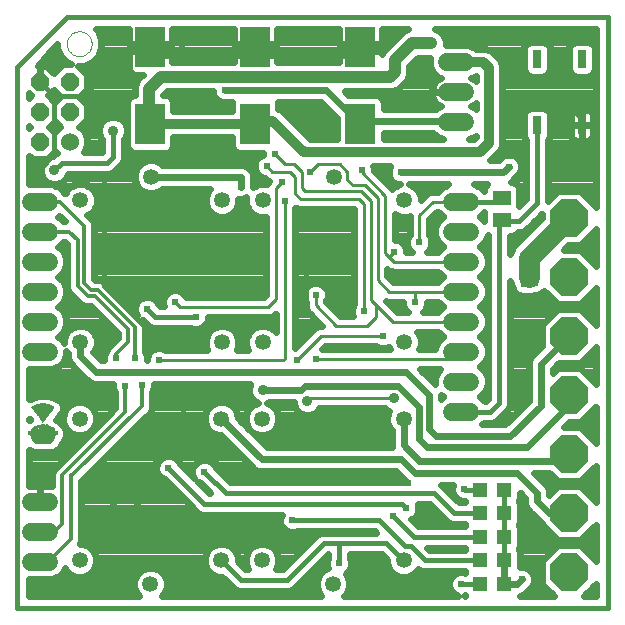
<source format=gtl>
G75*
%MOIN*%
%OFA0B0*%
%FSLAX24Y24*%
%IPPOS*%
%LPD*%
%AMOC8*
5,1,8,0,0,1.08239X$1,22.5*
%
%ADD10C,0.0160*%
%ADD11C,0.0000*%
%ADD12OC8,0.1250*%
%ADD13R,0.0472X0.0472*%
%ADD14C,0.0531*%
%ADD15R,0.0421X0.0004*%
%ADD16R,0.0465X0.0004*%
%ADD17R,0.0492X0.0004*%
%ADD18R,0.0516X0.0004*%
%ADD19R,0.0531X0.0004*%
%ADD20R,0.0547X0.0004*%
%ADD21R,0.0563X0.0004*%
%ADD22R,0.0575X0.0004*%
%ADD23R,0.0587X0.0004*%
%ADD24R,0.0598X0.0004*%
%ADD25R,0.0610X0.0004*%
%ADD26R,0.0618X0.0004*%
%ADD27R,0.0626X0.0004*%
%ADD28R,0.0638X0.0004*%
%ADD29R,0.0646X0.0004*%
%ADD30R,0.0650X0.0004*%
%ADD31R,0.0657X0.0004*%
%ADD32R,0.0665X0.0004*%
%ADD33R,0.0673X0.0004*%
%ADD34R,0.0677X0.0004*%
%ADD35R,0.0685X0.0004*%
%ADD36R,0.0689X0.0004*%
%ADD37R,0.0693X0.0004*%
%ADD38R,0.0701X0.0004*%
%ADD39R,0.0705X0.0004*%
%ADD40R,0.0709X0.0004*%
%ADD41R,0.0717X0.0004*%
%ADD42R,0.0720X0.0004*%
%ADD43R,0.0724X0.0004*%
%ADD44R,0.0728X0.0004*%
%ADD45R,0.0732X0.0004*%
%ADD46R,0.0736X0.0004*%
%ADD47R,0.0740X0.0004*%
%ADD48R,0.0744X0.0004*%
%ADD49R,0.0748X0.0004*%
%ADD50R,0.0752X0.0004*%
%ADD51R,0.0756X0.0004*%
%ADD52R,0.0760X0.0004*%
%ADD53R,0.0764X0.0004*%
%ADD54R,0.0768X0.0004*%
%ADD55R,0.0772X0.0004*%
%ADD56R,0.0776X0.0004*%
%ADD57R,0.0780X0.0004*%
%ADD58R,0.0783X0.0004*%
%ADD59R,0.0787X0.0004*%
%ADD60R,0.0791X0.0004*%
%ADD61R,0.0795X0.0004*%
%ADD62R,0.0799X0.0004*%
%ADD63R,0.0803X0.0004*%
%ADD64R,0.0807X0.0004*%
%ADD65R,0.0811X0.0004*%
%ADD66R,0.0815X0.0004*%
%ADD67R,0.0819X0.0004*%
%ADD68R,0.0823X0.0004*%
%ADD69R,0.0827X0.0004*%
%ADD70R,0.0831X0.0004*%
%ADD71R,0.0835X0.0004*%
%ADD72R,0.0839X0.0004*%
%ADD73R,0.0909X0.0004*%
%ADD74R,0.0937X0.0004*%
%ADD75R,0.0953X0.0004*%
%ADD76R,0.0961X0.0004*%
%ADD77R,0.0969X0.0004*%
%ADD78R,0.0976X0.0004*%
%ADD79R,0.0980X0.0004*%
%ADD80R,0.0984X0.0004*%
%ADD81R,0.0965X0.0004*%
%ADD82R,0.0957X0.0004*%
%ADD83R,0.0945X0.0004*%
%ADD84R,0.0921X0.0004*%
%ADD85R,0.0232X0.0004*%
%ADD86R,0.0555X0.0004*%
%ADD87R,0.0224X0.0004*%
%ADD88R,0.0543X0.0004*%
%ADD89R,0.0539X0.0004*%
%ADD90R,0.0220X0.0004*%
%ADD91R,0.0535X0.0004*%
%ADD92R,0.0528X0.0004*%
%ADD93R,0.0520X0.0004*%
%ADD94R,0.0512X0.0004*%
%ADD95R,0.0500X0.0004*%
%ADD96R,0.0488X0.0004*%
%ADD97R,0.0484X0.0004*%
%ADD98R,0.0476X0.0004*%
%ADD99R,0.0449X0.0004*%
%ADD100R,0.0370X0.0004*%
%ADD101R,0.0043X0.0004*%
%ADD102R,0.0228X0.0004*%
%ADD103R,0.0358X0.0004*%
%ADD104R,0.0350X0.0004*%
%ADD105R,0.0343X0.0004*%
%ADD106R,0.0331X0.0004*%
%ADD107R,0.0319X0.0004*%
%ADD108R,0.0311X0.0004*%
%ADD109R,0.0307X0.0004*%
%ADD110R,0.0303X0.0004*%
%ADD111R,0.0063X0.0004*%
%ADD112R,0.0130X0.0004*%
%ADD113R,0.0445X0.0004*%
%ADD114R,0.0437X0.0004*%
%ADD115R,0.0433X0.0004*%
%ADD116R,0.0362X0.0004*%
%ADD117R,0.0047X0.0004*%
%ADD118R,0.0354X0.0004*%
%ADD119R,0.0031X0.0004*%
%ADD120R,0.0346X0.0004*%
%ADD121R,0.0339X0.0004*%
%ADD122R,0.0055X0.0004*%
%ADD123R,0.0177X0.0004*%
%ADD124R,0.0035X0.0004*%
%ADD125R,0.0161X0.0004*%
%ADD126R,0.0051X0.0004*%
%ADD127R,0.0142X0.0004*%
%ADD128R,0.0118X0.0004*%
%ADD129R,0.0091X0.0004*%
%ADD130R,0.0024X0.0004*%
%ADD131R,0.0020X0.0004*%
%ADD132R,0.0008X0.0004*%
%ADD133R,0.0004X0.0004*%
%ADD134R,0.0012X0.0004*%
%ADD135R,0.0028X0.0004*%
%ADD136R,0.0059X0.0004*%
%ADD137R,0.0067X0.0004*%
%ADD138R,0.0075X0.0004*%
%ADD139R,0.0083X0.0004*%
%ADD140R,0.0098X0.0004*%
%ADD141R,0.0106X0.0004*%
%ADD142R,0.0114X0.0004*%
%ADD143R,0.0122X0.0004*%
%ADD144R,0.0138X0.0004*%
%ADD145R,0.0146X0.0004*%
%ADD146R,0.0154X0.0004*%
%ADD147R,0.0165X0.0004*%
%ADD148R,0.0169X0.0004*%
%ADD149R,0.0185X0.0004*%
%ADD150R,0.0189X0.0004*%
%ADD151R,0.0193X0.0004*%
%ADD152R,0.0201X0.0004*%
%ADD153R,0.0209X0.0004*%
%ADD154R,0.0213X0.0004*%
%ADD155R,0.0217X0.0004*%
%ADD156R,0.0236X0.0004*%
%ADD157R,0.0240X0.0004*%
%ADD158R,0.0248X0.0004*%
%ADD159R,0.0256X0.0004*%
%ADD160R,0.0264X0.0004*%
%ADD161R,0.0272X0.0004*%
%ADD162R,0.0280X0.0004*%
%ADD163R,0.0287X0.0004*%
%ADD164R,0.0295X0.0004*%
%ADD165R,0.0299X0.0004*%
%ADD166R,0.0126X0.0004*%
%ADD167R,0.0157X0.0004*%
%ADD168R,0.0134X0.0004*%
%ADD169R,0.0173X0.0004*%
%ADD170R,0.0366X0.0004*%
%ADD171R,0.0374X0.0004*%
%ADD172R,0.0382X0.0004*%
%ADD173R,0.0390X0.0004*%
%ADD174R,0.0394X0.0004*%
%ADD175R,0.0398X0.0004*%
%ADD176R,0.0406X0.0004*%
%ADD177R,0.0409X0.0004*%
%ADD178R,0.0417X0.0004*%
%ADD179R,0.0429X0.0004*%
%ADD180R,0.0441X0.0004*%
%ADD181R,0.0453X0.0004*%
%ADD182R,0.0457X0.0004*%
%ADD183R,0.0469X0.0004*%
%ADD184R,0.0480X0.0004*%
%ADD185R,0.0504X0.0004*%
%ADD186R,0.0508X0.0004*%
%ADD187R,0.0551X0.0004*%
%ADD188R,0.0567X0.0004*%
%ADD189R,0.0579X0.0004*%
%ADD190R,0.0413X0.0004*%
%ADD191R,0.0425X0.0004*%
%ADD192R,0.0181X0.0004*%
%ADD193R,0.0634X0.0004*%
%ADD194R,0.0654X0.0004*%
%ADD195R,0.0661X0.0004*%
%ADD196R,0.0669X0.0004*%
%ADD197R,0.0697X0.0004*%
%ADD198R,0.0244X0.0004*%
%ADD199R,0.0252X0.0004*%
%ADD200R,0.0461X0.0004*%
%ADD201R,0.0094X0.0004*%
%ADD202R,0.0622X0.0004*%
%ADD203R,0.0102X0.0004*%
%ADD204R,0.0630X0.0004*%
%ADD205R,0.0614X0.0004*%
%ADD206R,0.0583X0.0004*%
%ADD207R,0.0327X0.0004*%
%ADD208C,0.0591*%
%ADD209R,0.0984X0.1378*%
%ADD210C,0.0600*%
%ADD211OC8,0.0600*%
%ADD212C,0.0600*%
%ADD213R,0.0300X0.0600*%
%ADD214R,0.0591X0.0512*%
%ADD215C,0.0240*%
%ADD216C,0.0240*%
%ADD217C,0.0400*%
%ADD218C,0.0100*%
%ADD219C,0.0356*%
%ADD220C,0.0320*%
%ADD221C,0.0700*%
%ADD222C,0.0120*%
D10*
X000180Y000180D02*
X019865Y000180D01*
X019865Y019865D01*
X001834Y019865D01*
X000180Y018211D01*
X000180Y000180D01*
X002562Y002818D02*
X003773Y004028D01*
X004845Y002956D01*
X008881Y002956D01*
X009353Y003093D02*
X012247Y003093D01*
X013113Y002227D01*
X013290Y002227D01*
X013763Y001755D01*
X015593Y001755D01*
X015593Y002542D02*
X013389Y002542D01*
X012700Y003231D01*
X012995Y003645D02*
X013152Y003487D01*
X012995Y003645D02*
X006420Y003645D01*
X005219Y004845D01*
X005692Y005948D02*
X003773Y004028D01*
X005692Y005948D02*
X005692Y006125D01*
X007227Y004589D01*
X011814Y004589D01*
X012050Y004353D01*
X013192Y004353D01*
X014078Y003999D02*
X007129Y003999D01*
X006420Y004708D01*
X005692Y006125D02*
X005692Y007326D01*
X006991Y007326D01*
X007089Y007227D01*
X006026Y009078D02*
X006656Y009708D01*
X006912Y009708D01*
X006125Y009865D02*
X004786Y009865D01*
X004511Y010141D01*
X004688Y009274D02*
X003054Y010908D01*
X003054Y012365D01*
X003251Y012562D01*
X008231Y012562D01*
X008389Y012404D01*
X008389Y011656D01*
X009589Y011578D02*
X009806Y011361D01*
X009806Y010239D01*
X007463Y015377D02*
X004038Y015377D01*
X003054Y014393D01*
X003054Y012365D01*
X000869Y014511D02*
X000869Y014747D01*
X001420Y015298D01*
X001420Y017225D01*
X000930Y017715D01*
X001420Y017225D02*
X001438Y017208D01*
X001477Y017247D01*
X001497Y017227D01*
X002385Y017227D01*
X003152Y017227D01*
X003172Y017247D01*
X003881Y016538D01*
X003881Y015534D01*
X004038Y015377D01*
X003369Y015200D02*
X003369Y016086D01*
X003369Y015200D02*
X003172Y015003D01*
X001656Y015003D01*
X001420Y014767D01*
X002385Y017227D02*
X004137Y018979D01*
X004609Y018861D01*
X005023Y018566D01*
X005692Y018566D01*
X005672Y018586D01*
X005672Y018881D01*
X005692Y018566D02*
X006814Y018566D01*
X007700Y018566D01*
X011204Y018566D01*
X011617Y018861D01*
X008113Y018861D02*
X007700Y018566D01*
X014983Y013715D02*
X016196Y013715D01*
X016322Y013841D01*
X016322Y013093D02*
X016361Y013054D01*
X016893Y013054D01*
X017503Y013664D01*
X017503Y016263D01*
X017501Y016265D01*
X018290Y017188D02*
X019001Y016477D01*
X019001Y016265D01*
X016322Y013093D02*
X016243Y013015D01*
X016243Y006991D01*
X015948Y006696D01*
X015003Y006696D01*
X014983Y006715D01*
X015082Y004137D02*
X015101Y004117D01*
X015593Y004117D01*
X015593Y003330D02*
X014747Y003330D01*
X014078Y003999D01*
X012483Y002326D02*
X010849Y002326D01*
X010908Y002267D01*
X010908Y001656D01*
X010849Y002326D02*
X010397Y002326D01*
X009176Y001105D01*
X007633Y001105D01*
X006979Y001759D01*
X012483Y002326D02*
X013050Y001759D01*
X013062Y001759D01*
X014983Y000967D02*
X015593Y000967D01*
X016420Y001755D02*
X016420Y003330D01*
X016420Y002542D01*
X016420Y003330D02*
X016420Y004117D01*
D11*
X001834Y018979D02*
X001836Y019019D01*
X001842Y019060D01*
X001852Y019099D01*
X001865Y019137D01*
X001883Y019174D01*
X001904Y019208D01*
X001928Y019241D01*
X001955Y019271D01*
X001985Y019298D01*
X002018Y019322D01*
X002052Y019343D01*
X002089Y019361D01*
X002127Y019374D01*
X002166Y019384D01*
X002207Y019390D01*
X002247Y019392D01*
X002287Y019390D01*
X002328Y019384D01*
X002367Y019374D01*
X002405Y019361D01*
X002442Y019343D01*
X002476Y019322D01*
X002509Y019298D01*
X002539Y019271D01*
X002566Y019241D01*
X002590Y019208D01*
X002611Y019174D01*
X002629Y019137D01*
X002642Y019099D01*
X002652Y019060D01*
X002658Y019019D01*
X002660Y018979D01*
X002658Y018939D01*
X002652Y018898D01*
X002642Y018859D01*
X002629Y018821D01*
X002611Y018784D01*
X002590Y018750D01*
X002566Y018717D01*
X002539Y018687D01*
X002509Y018660D01*
X002476Y018636D01*
X002442Y018615D01*
X002405Y018597D01*
X002367Y018584D01*
X002328Y018574D01*
X002287Y018568D01*
X002247Y018566D01*
X002207Y018568D01*
X002166Y018574D01*
X002127Y018584D01*
X002089Y018597D01*
X002052Y018615D01*
X002018Y018636D01*
X001985Y018660D01*
X001955Y018687D01*
X001928Y018717D01*
X001904Y018750D01*
X001883Y018784D01*
X001865Y018821D01*
X001852Y018859D01*
X001842Y018898D01*
X001836Y018939D01*
X001834Y018979D01*
D12*
X018566Y013172D03*
X018566Y011204D03*
X018566Y009235D03*
X018566Y007267D03*
X018566Y005298D03*
X018566Y003330D03*
X018566Y001361D03*
D13*
X016420Y000967D03*
X016420Y001755D03*
X016420Y002542D03*
X016420Y003330D03*
X016420Y004117D03*
X015593Y004117D03*
X015593Y003330D03*
X015593Y002542D03*
X015593Y001755D03*
X015593Y000967D03*
D14*
X013062Y001759D03*
X010700Y000971D03*
X008337Y001759D03*
X006979Y001759D03*
X004617Y000971D03*
X002255Y001759D03*
X002255Y006483D03*
X002278Y009034D03*
X002278Y013759D03*
X004641Y014546D03*
X007003Y013759D03*
X008361Y013759D03*
X010723Y014546D03*
X013086Y013759D03*
X013086Y009034D03*
X013062Y006483D03*
X008337Y006483D03*
X006979Y006483D03*
X007003Y009034D03*
X008361Y009034D03*
D15*
X001046Y006617D03*
X001046Y005641D03*
D16*
X001044Y005645D03*
X001166Y006156D03*
X001048Y006645D03*
D17*
X001046Y006664D03*
X001046Y006916D03*
X001046Y005649D03*
D18*
X001046Y005652D03*
X001046Y006680D03*
X001046Y006912D03*
D19*
X001046Y006908D03*
X001046Y006692D03*
X001046Y005656D03*
D20*
X001046Y005660D03*
X001168Y006109D03*
X001046Y006904D03*
D21*
X001046Y006711D03*
X001046Y005664D03*
D22*
X001044Y005668D03*
X001048Y006719D03*
D23*
X001046Y005672D03*
D24*
X001044Y005676D03*
X001048Y006893D03*
D25*
X001046Y005680D03*
D26*
X001046Y005684D03*
X001109Y006834D03*
D27*
X001113Y006841D03*
X001113Y006845D03*
X001105Y006853D03*
X001046Y006755D03*
X001046Y005688D03*
D28*
X001044Y005692D03*
X001048Y006763D03*
D29*
X001048Y006767D03*
X001048Y006881D03*
X001044Y005696D03*
D30*
X001046Y005700D03*
X001046Y006771D03*
D31*
X001046Y005704D03*
D32*
X001046Y005708D03*
D33*
X001046Y005711D03*
X001046Y006786D03*
X001046Y006873D03*
D34*
X001048Y006790D03*
X001044Y005715D03*
D35*
X001044Y005719D03*
X001048Y006794D03*
D36*
X001046Y005723D03*
D37*
X001044Y005727D03*
X001048Y006798D03*
D38*
X001044Y005731D03*
D39*
X001046Y005735D03*
D40*
X001044Y005739D03*
D41*
X001044Y005743D03*
D42*
X001046Y005747D03*
D43*
X001044Y005751D03*
X001048Y006822D03*
D44*
X001046Y005755D03*
D45*
X001044Y005759D03*
D46*
X001046Y005763D03*
D47*
X001044Y005767D03*
D48*
X001046Y005771D03*
D49*
X001044Y005774D03*
D50*
X001046Y005778D03*
D51*
X001044Y005782D03*
X001044Y005786D03*
D52*
X001046Y005790D03*
D53*
X001044Y005794D03*
D54*
X001046Y005798D03*
D55*
X001044Y005802D03*
X001044Y005806D03*
D56*
X001046Y005810D03*
D57*
X001044Y005814D03*
D58*
X001046Y005818D03*
X001046Y005822D03*
D59*
X001044Y005826D03*
D60*
X001046Y005830D03*
X001046Y005834D03*
X001046Y006101D03*
D61*
X001048Y006097D03*
X001044Y005841D03*
X001044Y005837D03*
D62*
X001046Y005845D03*
X001046Y006089D03*
X001046Y006093D03*
D63*
X001048Y006086D03*
X001048Y006082D03*
X001044Y005853D03*
X001044Y005849D03*
D64*
X001046Y005857D03*
X001046Y005861D03*
X001046Y006070D03*
X001046Y006074D03*
X001046Y006078D03*
D65*
X001044Y005869D03*
X001044Y005865D03*
D66*
X001046Y005873D03*
D67*
X001044Y005877D03*
X001044Y005881D03*
X001044Y005885D03*
D68*
X001046Y005889D03*
X001046Y005893D03*
D69*
X001044Y005897D03*
X001044Y005900D03*
D70*
X001046Y005904D03*
X001046Y005908D03*
D71*
X001044Y005912D03*
X001044Y005916D03*
D72*
X001046Y005920D03*
X001046Y005924D03*
D73*
X001046Y005928D03*
D74*
X001048Y005932D03*
D75*
X001048Y005936D03*
D76*
X001048Y005940D03*
D77*
X001048Y005944D03*
X001048Y006023D03*
D78*
X001048Y006019D03*
X001048Y006015D03*
X001048Y005952D03*
X001048Y005948D03*
D79*
X001046Y005956D03*
X001046Y006011D03*
D80*
X001048Y006007D03*
X001048Y006003D03*
X001048Y005999D03*
X001048Y005995D03*
X001048Y005991D03*
X001048Y005987D03*
X001048Y005983D03*
X001048Y005979D03*
X001048Y005975D03*
X001048Y005971D03*
X001048Y005967D03*
X001048Y005963D03*
X001048Y005960D03*
D81*
X001046Y006026D03*
D82*
X001046Y006030D03*
D83*
X001048Y006034D03*
D84*
X001048Y006038D03*
D85*
X000826Y006184D03*
X000814Y006176D03*
X000810Y006172D03*
X000767Y006105D03*
X001046Y006487D03*
X001274Y006869D03*
D86*
X001046Y006708D03*
X001164Y006105D03*
D87*
X000849Y006196D03*
X000798Y006164D03*
X000794Y006160D03*
X000790Y006156D03*
X000786Y006152D03*
X000782Y006145D03*
X000778Y006141D03*
X000774Y006133D03*
X000771Y006125D03*
X000767Y006117D03*
X000767Y006113D03*
X000767Y006109D03*
X001046Y006483D03*
X001046Y006956D03*
D88*
X001048Y006700D03*
X001166Y006113D03*
D89*
X001168Y006117D03*
X001046Y006696D03*
D90*
X000784Y006149D03*
X000776Y006137D03*
X000773Y006129D03*
X000769Y006121D03*
D91*
X001166Y006121D03*
D92*
X001166Y006125D03*
X001166Y006129D03*
X001048Y006688D03*
D93*
X001048Y006684D03*
X001166Y006133D03*
D94*
X001166Y006137D03*
D95*
X001168Y006141D03*
X001046Y006668D03*
D96*
X001048Y006660D03*
X001170Y006145D03*
D97*
X001168Y006149D03*
D98*
X001168Y006152D03*
X001046Y006652D03*
X001046Y006920D03*
D99*
X000926Y006869D03*
X000922Y006865D03*
X001166Y006160D03*
D100*
X001131Y006164D03*
X001048Y006582D03*
D101*
X001046Y006361D03*
X001168Y006255D03*
X001357Y006164D03*
D102*
X000839Y006192D03*
X000832Y006188D03*
X000820Y006180D03*
X000804Y006168D03*
D103*
X001133Y006168D03*
X001046Y006940D03*
D104*
X001133Y006172D03*
D105*
X001137Y006176D03*
D106*
X001139Y006180D03*
D107*
X001141Y006184D03*
D108*
X001145Y006188D03*
D109*
X001143Y006192D03*
X001135Y006200D03*
D110*
X001141Y006196D03*
D111*
X001162Y006243D03*
X000784Y006200D03*
D112*
X000904Y006200D03*
X001046Y006420D03*
X001149Y006558D03*
D113*
X001046Y006633D03*
X001062Y006208D03*
X001062Y006204D03*
D114*
X001062Y006211D03*
D115*
X001060Y006215D03*
X001048Y006625D03*
D116*
X001024Y006219D03*
D117*
X001040Y006263D03*
X001166Y006251D03*
X001245Y006219D03*
D118*
X001024Y006223D03*
X001024Y006227D03*
D119*
X001044Y006353D03*
X001170Y006259D03*
X001249Y006223D03*
D120*
X001024Y006231D03*
X001024Y006235D03*
D121*
X001024Y006239D03*
D122*
X000887Y006243D03*
D123*
X001030Y006243D03*
X001046Y006452D03*
X000960Y006570D03*
X001046Y006960D03*
D124*
X001046Y006357D03*
X000881Y006247D03*
D125*
X001030Y006247D03*
X001046Y006440D03*
X000975Y006538D03*
X000967Y006546D03*
X000963Y006554D03*
X001259Y006727D03*
X001263Y006731D03*
X001267Y006735D03*
X001267Y006739D03*
D126*
X001046Y006369D03*
X001046Y006365D03*
X001164Y006247D03*
D127*
X001032Y006251D03*
X001150Y006566D03*
X001150Y006570D03*
D128*
X001036Y006255D03*
D129*
X001038Y006259D03*
X001046Y006393D03*
D130*
X001170Y006263D03*
D131*
X001172Y006267D03*
X001046Y006345D03*
D132*
X001174Y006271D03*
D133*
X001046Y006334D03*
D134*
X001046Y006337D03*
X001046Y006341D03*
D135*
X001046Y006349D03*
D136*
X001046Y006373D03*
D137*
X001046Y006377D03*
D138*
X001046Y006381D03*
X001046Y006385D03*
D139*
X001046Y006389D03*
D140*
X001046Y006397D03*
X001046Y006400D03*
X000719Y006841D03*
D141*
X001046Y006963D03*
X001046Y006404D03*
D142*
X001046Y006408D03*
D143*
X001046Y006412D03*
X001046Y006416D03*
X001141Y006542D03*
D144*
X001046Y006424D03*
D145*
X001046Y006428D03*
X001046Y006432D03*
D146*
X001046Y006436D03*
X001149Y006574D03*
D147*
X001048Y006444D03*
X000961Y006558D03*
X001269Y006743D03*
D148*
X000960Y006562D03*
X001046Y006448D03*
D149*
X001046Y006456D03*
D150*
X001048Y006460D03*
X000961Y006574D03*
D151*
X001046Y006463D03*
D152*
X001046Y006467D03*
D153*
X001046Y006471D03*
D154*
X001048Y006475D03*
D155*
X001046Y006479D03*
D156*
X001048Y006491D03*
X001280Y006865D03*
D157*
X001046Y006495D03*
X000818Y006806D03*
X000814Y006810D03*
D158*
X001046Y006499D03*
D159*
X001046Y006503D03*
X001046Y006507D03*
X001286Y006857D03*
D160*
X001046Y006952D03*
X001046Y006511D03*
D161*
X001046Y006515D03*
D162*
X001046Y006519D03*
X001046Y006523D03*
D163*
X001046Y006526D03*
D164*
X001046Y006530D03*
X001046Y006948D03*
D165*
X001048Y006534D03*
D166*
X001135Y006538D03*
X001143Y006546D03*
X001147Y006550D03*
X001147Y006554D03*
D167*
X000969Y006542D03*
X000965Y006550D03*
D168*
X001150Y006562D03*
D169*
X000961Y006566D03*
X001269Y006747D03*
D170*
X001046Y006578D03*
D171*
X001046Y006586D03*
D172*
X001046Y006589D03*
X001046Y006936D03*
D173*
X001046Y006593D03*
D174*
X001048Y006597D03*
D175*
X001046Y006601D03*
D176*
X001046Y006605D03*
X000956Y006731D03*
X000952Y006735D03*
X001046Y006932D03*
D177*
X000950Y006739D03*
X000958Y006727D03*
X001048Y006609D03*
D178*
X001048Y006613D03*
X000950Y006747D03*
D179*
X001046Y006621D03*
X001046Y006928D03*
D180*
X001048Y006629D03*
D181*
X001046Y006637D03*
X001172Y006806D03*
X001176Y006810D03*
X001046Y006924D03*
D182*
X000918Y006861D03*
X001048Y006641D03*
X001178Y006814D03*
D183*
X001046Y006649D03*
X000916Y006857D03*
D184*
X001048Y006656D03*
D185*
X001048Y006672D03*
D186*
X001046Y006676D03*
D187*
X001048Y006704D03*
D188*
X001048Y006715D03*
X001048Y006900D03*
D189*
X001046Y006723D03*
D190*
X000948Y006743D03*
D191*
X000950Y006751D03*
D192*
X001269Y006751D03*
D193*
X001046Y006759D03*
D194*
X001048Y006774D03*
D195*
X001048Y006778D03*
X001048Y006877D03*
D196*
X001048Y006782D03*
D197*
X001046Y006802D03*
D198*
X000812Y006814D03*
X001284Y006861D03*
D199*
X000812Y006818D03*
D200*
X001176Y006818D03*
D201*
X000729Y006826D03*
X000725Y006830D03*
X000721Y006834D03*
X000721Y006837D03*
D202*
X001103Y006826D03*
X001107Y006830D03*
X001111Y006837D03*
D203*
X000725Y006853D03*
X000721Y006849D03*
X000717Y006845D03*
D204*
X001048Y006885D03*
X001111Y006849D03*
D205*
X001048Y006889D03*
D206*
X001048Y006897D03*
D207*
X001046Y006944D03*
D208*
X014511Y016365D02*
X015101Y016365D01*
X015101Y017365D02*
X014511Y017365D01*
X014511Y018365D02*
X015101Y018365D01*
D209*
X011617Y018861D03*
X011617Y016302D03*
X008113Y016302D03*
X008113Y018861D03*
X004609Y018861D03*
X004609Y016302D03*
D210*
X001930Y015715D03*
D211*
X000930Y015715D03*
X000930Y016715D03*
X001930Y016715D03*
X001930Y017715D03*
X000930Y017715D03*
D212*
X001230Y013715D02*
X000630Y013715D01*
X000630Y012715D02*
X001230Y012715D01*
X001230Y011715D02*
X000630Y011715D01*
X000630Y010715D02*
X001230Y010715D01*
X001230Y009715D02*
X000630Y009715D01*
X000630Y008715D02*
X001230Y008715D01*
X001230Y003715D02*
X000630Y003715D01*
X000630Y002715D02*
X001230Y002715D01*
X001230Y001715D02*
X000630Y001715D01*
X014683Y006715D02*
X015283Y006715D01*
X015283Y007715D02*
X014683Y007715D01*
X014683Y008715D02*
X015283Y008715D01*
X015283Y009715D02*
X014683Y009715D01*
X014683Y010715D02*
X015283Y010715D01*
X015283Y011715D02*
X014683Y011715D01*
X014683Y012715D02*
X015283Y012715D01*
X015283Y013715D02*
X014683Y013715D01*
D213*
X017501Y016265D03*
X019001Y016265D03*
X019001Y018465D03*
X017501Y018465D03*
D214*
X016322Y013841D03*
X016322Y013093D03*
D215*
X016776Y012600D02*
X016854Y012679D01*
X016861Y012694D01*
X016964Y012694D01*
X017097Y012749D01*
X017198Y012850D01*
X017661Y013313D01*
X017661Y013158D01*
X016870Y012368D01*
X016693Y012190D01*
X016603Y011973D01*
X016603Y012557D01*
X016673Y012557D01*
X016776Y012600D01*
X016732Y012582D02*
X017085Y012582D01*
X017168Y012821D02*
X017323Y012821D01*
X017407Y013059D02*
X017562Y013059D01*
X017645Y013298D02*
X017661Y013298D01*
X017863Y013749D02*
X017863Y015781D01*
X017888Y015806D01*
X017931Y015909D01*
X017931Y016621D01*
X017888Y016724D01*
X017809Y016802D01*
X017707Y016845D01*
X017295Y016845D01*
X017192Y016802D01*
X017113Y016724D01*
X017071Y016621D01*
X017071Y015909D01*
X017113Y015806D01*
X017143Y015777D01*
X017143Y013813D01*
X016897Y013568D01*
X016897Y014153D01*
X016854Y014256D01*
X016776Y014335D01*
X016673Y014377D01*
X016636Y014377D01*
X016804Y014546D01*
X016917Y014658D01*
X016978Y014805D01*
X016978Y014964D01*
X016917Y015111D01*
X016804Y015224D01*
X016657Y015285D01*
X016498Y015285D01*
X016351Y015224D01*
X016239Y015111D01*
X016215Y015088D01*
X015946Y015088D01*
X016281Y015423D01*
X016348Y015585D01*
X016348Y018260D01*
X016281Y018421D01*
X016158Y018545D01*
X015965Y018738D01*
X015803Y018805D01*
X015475Y018805D01*
X015427Y018853D01*
X015216Y018940D01*
X014459Y018940D01*
X014459Y019094D01*
X014386Y019271D01*
X014251Y019406D01*
X014108Y019465D01*
X019465Y019465D01*
X019465Y013553D01*
X018941Y014077D01*
X018191Y014077D01*
X017863Y013749D01*
X017863Y013775D02*
X017888Y013775D01*
X017863Y014013D02*
X018127Y014013D01*
X017863Y014252D02*
X019465Y014252D01*
X019465Y014490D02*
X017863Y014490D01*
X017863Y014729D02*
X019465Y014729D01*
X019465Y014967D02*
X017863Y014967D01*
X017863Y015206D02*
X019465Y015206D01*
X019465Y015444D02*
X017863Y015444D01*
X017863Y015683D02*
X019465Y015683D01*
X019327Y015830D02*
X019356Y015880D01*
X019371Y015936D01*
X019371Y016265D01*
X019001Y016265D01*
X019001Y016265D01*
X019371Y016265D01*
X019371Y016594D01*
X019356Y016650D01*
X019327Y016700D01*
X019286Y016741D01*
X019236Y016770D01*
X019180Y016785D01*
X019001Y016785D01*
X019001Y016265D01*
X019001Y015745D01*
X019180Y015745D01*
X019236Y015760D01*
X019286Y015789D01*
X019327Y015830D01*
X019367Y015921D02*
X019465Y015921D01*
X019465Y016160D02*
X019371Y016160D01*
X019371Y016398D02*
X019465Y016398D01*
X019465Y016637D02*
X019359Y016637D01*
X019465Y016875D02*
X016348Y016875D01*
X016348Y016637D02*
X017077Y016637D01*
X017071Y016398D02*
X016348Y016398D01*
X016348Y016160D02*
X017071Y016160D01*
X017071Y015921D02*
X016348Y015921D01*
X016348Y015683D02*
X017143Y015683D01*
X017143Y015444D02*
X016290Y015444D01*
X016333Y015206D02*
X016064Y015206D01*
X016578Y014885D02*
X016381Y014688D01*
X012956Y014688D01*
X012937Y014288D02*
X012776Y014221D01*
X012683Y014128D01*
X012056Y014755D01*
X012056Y014846D01*
X012027Y014917D01*
X012619Y014917D01*
X012616Y014914D01*
X012556Y014767D01*
X012556Y014608D01*
X012616Y014461D01*
X012729Y014349D01*
X012876Y014288D01*
X012937Y014288D01*
X012849Y014252D02*
X012559Y014252D01*
X012605Y014490D02*
X012321Y014490D01*
X012556Y014729D02*
X012082Y014729D01*
X012389Y015797D02*
X012389Y016020D01*
X014042Y016020D01*
X014185Y015877D01*
X014378Y015797D01*
X012389Y015797D01*
X012389Y015921D02*
X014141Y015921D01*
X014751Y016420D02*
X011735Y016420D01*
X011617Y016302D01*
X010475Y017444D01*
X007089Y017444D01*
X006854Y017114D02*
X005354Y017114D01*
X005339Y017150D02*
X005260Y017228D01*
X005157Y017271D01*
X005050Y017271D01*
X005050Y017284D01*
X005162Y017397D01*
X006689Y017397D01*
X006689Y017364D01*
X006750Y017217D01*
X006863Y017105D01*
X007010Y017044D01*
X007341Y017044D01*
X007341Y016742D01*
X005381Y016742D01*
X005381Y017047D01*
X005339Y017150D01*
X005117Y017352D02*
X006695Y017352D01*
X007341Y016875D02*
X005381Y016875D01*
X005381Y015862D02*
X007341Y015862D01*
X007341Y015557D01*
X007384Y015454D01*
X007462Y015376D01*
X007565Y015333D01*
X008363Y015333D01*
X008363Y015286D01*
X008261Y015244D01*
X008148Y015131D01*
X008087Y014984D01*
X008087Y014825D01*
X008148Y014678D01*
X008261Y014565D01*
X008408Y014504D01*
X008420Y014504D01*
X008497Y014428D01*
X008575Y014396D01*
X008522Y014343D01*
X008501Y014292D01*
X008470Y014304D01*
X008253Y014304D01*
X008052Y014221D01*
X008021Y014190D01*
X008021Y014626D01*
X007960Y014773D01*
X007848Y014885D01*
X007701Y014946D01*
X005012Y014946D01*
X004950Y015009D01*
X004749Y015092D01*
X004532Y015092D01*
X004331Y015009D01*
X004178Y014855D01*
X004095Y014655D01*
X004095Y014438D01*
X004178Y014237D01*
X004331Y014083D01*
X004532Y014000D01*
X004749Y014000D01*
X004950Y014083D01*
X005012Y014146D01*
X006618Y014146D01*
X006540Y014068D01*
X006457Y013867D01*
X006457Y013650D01*
X006540Y013450D01*
X006694Y013296D01*
X006894Y013213D01*
X007111Y013213D01*
X007312Y013296D01*
X007465Y013450D01*
X007549Y013650D01*
X007549Y013815D01*
X007701Y013815D01*
X007815Y013863D01*
X007815Y013650D01*
X007898Y013450D01*
X008052Y013296D01*
X008253Y013213D01*
X008470Y013213D01*
X008472Y013214D01*
X008472Y010592D01*
X008409Y010530D01*
X005797Y010530D01*
X005775Y010584D01*
X005662Y010696D01*
X005515Y010757D01*
X005356Y010757D01*
X005209Y010696D01*
X005097Y010584D01*
X005036Y010437D01*
X005036Y010278D01*
X005058Y010225D01*
X004935Y010225D01*
X004890Y010271D01*
X004850Y010367D01*
X004737Y010480D01*
X004590Y010541D01*
X004431Y010541D01*
X004284Y010480D01*
X004172Y010367D01*
X004111Y010220D01*
X004111Y010061D01*
X004155Y009953D01*
X003145Y010963D01*
X003050Y011059D01*
X002925Y011111D01*
X002762Y011111D01*
X002744Y011128D01*
X002744Y012964D01*
X002693Y013089D01*
X002516Y013266D01*
X002588Y013296D01*
X002741Y013450D01*
X002824Y013650D01*
X002824Y013867D01*
X002741Y014068D01*
X002588Y014221D01*
X002387Y014304D01*
X002170Y014304D01*
X001969Y014221D01*
X001816Y014068D01*
X001785Y013994D01*
X001734Y014015D01*
X001722Y014044D01*
X001559Y014207D01*
X001345Y014295D01*
X000580Y014295D01*
X000580Y015245D01*
X000690Y015135D01*
X001141Y015135D01*
X001032Y015026D01*
X000962Y014858D01*
X000962Y014675D01*
X001032Y014507D01*
X001161Y014378D01*
X001329Y014309D01*
X001511Y014309D01*
X001680Y014378D01*
X001809Y014507D01*
X001865Y014643D01*
X003244Y014643D01*
X003376Y014698D01*
X003573Y014894D01*
X003674Y014996D01*
X003729Y015128D01*
X003729Y015798D01*
X003757Y015826D01*
X003827Y015994D01*
X003827Y016177D01*
X003757Y016345D01*
X003628Y016474D01*
X003460Y016544D01*
X003278Y016544D01*
X003109Y016474D01*
X002981Y016345D01*
X002911Y016177D01*
X002911Y015994D01*
X002981Y015826D01*
X003009Y015798D01*
X003009Y015363D01*
X002398Y015363D01*
X002422Y015387D01*
X002510Y015600D01*
X002510Y015831D01*
X002422Y016044D01*
X002259Y016207D01*
X002247Y016212D01*
X002510Y016475D01*
X002510Y016956D01*
X002250Y017215D01*
X002510Y017475D01*
X002510Y017956D01*
X002220Y018246D01*
X002393Y018246D01*
X002662Y018357D01*
X002869Y018564D01*
X002980Y018833D01*
X002980Y019125D01*
X002869Y019395D01*
X002798Y019465D01*
X003897Y019465D01*
X003897Y018981D01*
X004489Y018981D01*
X004489Y018741D01*
X003897Y018741D01*
X003897Y018143D01*
X003912Y018087D01*
X003941Y018037D01*
X003982Y017996D01*
X004032Y017967D01*
X004088Y017952D01*
X004360Y017952D01*
X004298Y017890D01*
X004163Y017755D01*
X004090Y017579D01*
X004090Y017271D01*
X004061Y017271D01*
X003958Y017228D01*
X003880Y017150D01*
X003837Y017047D01*
X003837Y015557D01*
X003880Y015454D01*
X003958Y015376D01*
X004061Y015333D01*
X005157Y015333D01*
X005260Y015376D01*
X005339Y015454D01*
X005381Y015557D01*
X005381Y015862D01*
X005381Y015683D02*
X007341Y015683D01*
X007394Y015444D02*
X005328Y015444D01*
X004992Y014967D02*
X008087Y014967D01*
X008127Y014729D02*
X007978Y014729D01*
X008021Y014490D02*
X008435Y014490D01*
X008125Y014252D02*
X008021Y014252D01*
X007621Y014215D02*
X007621Y014546D01*
X004641Y014546D01*
X004290Y014967D02*
X003645Y014967D01*
X003573Y014894D02*
X003573Y014894D01*
X003407Y014729D02*
X004125Y014729D01*
X004095Y014490D02*
X001791Y014490D01*
X002042Y014252D02*
X001451Y014252D01*
X001739Y014013D02*
X001793Y014013D01*
X001577Y013243D02*
X001765Y013055D01*
X001710Y013055D01*
X001559Y013207D01*
X001539Y013215D01*
X001559Y013224D01*
X001577Y013243D01*
X001707Y013059D02*
X001761Y013059D01*
X001775Y012375D02*
X001848Y012303D01*
X001848Y010841D01*
X001900Y010716D01*
X002234Y010381D01*
X002330Y010285D01*
X002455Y010234D01*
X002638Y010234D01*
X003541Y009331D01*
X003541Y009179D01*
X003275Y008913D01*
X003179Y008817D01*
X003142Y008727D01*
X003128Y008714D01*
X003067Y008567D01*
X003067Y008434D01*
X002983Y008434D01*
X002717Y008701D01*
X002741Y008725D01*
X002824Y008926D01*
X002824Y009143D01*
X002741Y009343D01*
X002588Y009497D01*
X002387Y009580D01*
X002170Y009580D01*
X001969Y009497D01*
X001816Y009343D01*
X001733Y009143D01*
X001733Y009017D01*
X001722Y009044D01*
X001559Y009207D01*
X001539Y009215D01*
X001559Y009224D01*
X001722Y009387D01*
X001810Y009600D01*
X001810Y009831D01*
X001722Y010044D01*
X001559Y010207D01*
X001539Y010215D01*
X001559Y010224D01*
X001722Y010387D01*
X001810Y010600D01*
X001810Y010831D01*
X001722Y011044D01*
X001559Y011207D01*
X001539Y011215D01*
X001559Y011224D01*
X001722Y011387D01*
X001810Y011600D01*
X001810Y011831D01*
X001722Y012044D01*
X001559Y012207D01*
X001539Y012215D01*
X001559Y012224D01*
X001710Y012375D01*
X001775Y012375D01*
X001807Y012344D02*
X001678Y012344D01*
X001661Y012105D02*
X001848Y012105D01*
X001848Y011867D02*
X001795Y011867D01*
X001810Y011628D02*
X001848Y011628D01*
X001848Y011390D02*
X001723Y011390D01*
X001615Y011151D02*
X001848Y011151D01*
X001848Y010913D02*
X001776Y010913D01*
X001810Y010674D02*
X001941Y010674D01*
X001742Y010436D02*
X002180Y010436D01*
X002674Y010197D02*
X001569Y010197D01*
X001757Y009959D02*
X002913Y009959D01*
X003151Y009720D02*
X001810Y009720D01*
X001761Y009482D02*
X001954Y009482D01*
X001774Y009243D02*
X001578Y009243D01*
X001810Y008739D02*
X001816Y008725D01*
X001878Y008663D01*
X001878Y008494D01*
X001939Y008347D01*
X002479Y007808D01*
X002591Y007695D01*
X002738Y007634D01*
X003382Y007634D01*
X003382Y007502D01*
X003442Y007357D01*
X003442Y006837D01*
X001388Y004782D01*
X001336Y004657D01*
X001336Y004522D01*
X001336Y004225D01*
X001271Y004235D01*
X000930Y004235D01*
X000589Y004235D01*
X000580Y004234D01*
X000580Y005443D01*
X000582Y005441D01*
X000586Y005437D01*
X000593Y005434D01*
X000594Y005433D01*
X000598Y005429D01*
X000605Y005426D01*
X000606Y005425D01*
X000613Y005422D01*
X000614Y005421D01*
X000621Y005418D01*
X000622Y005417D01*
X000629Y005414D01*
X000630Y005413D01*
X000733Y005370D01*
X000735Y005370D01*
X000744Y005367D01*
X000747Y005367D01*
X000756Y005363D01*
X000770Y005363D01*
X000780Y005359D01*
X001312Y005359D01*
X001322Y005363D01*
X001332Y005363D01*
X001342Y005367D01*
X001348Y005367D01*
X001357Y005370D01*
X001360Y005370D01*
X001463Y005413D01*
X001464Y005414D01*
X001470Y005417D01*
X001472Y005418D01*
X001478Y005421D01*
X001480Y005422D01*
X001486Y005425D01*
X001490Y005429D01*
X001491Y005430D01*
X001498Y005433D01*
X001502Y005437D01*
X001503Y005438D01*
X001510Y005441D01*
X001514Y005445D01*
X001518Y005449D01*
X001522Y005452D01*
X001526Y005456D01*
X001530Y005460D01*
X001533Y005464D01*
X001537Y005468D01*
X001541Y005472D01*
X001620Y005551D01*
X001623Y005558D01*
X001628Y005563D01*
X001631Y005569D01*
X001636Y005575D01*
X001639Y005581D01*
X001644Y005586D01*
X001647Y005593D01*
X001648Y005594D01*
X001650Y005601D01*
X001652Y005602D01*
X001654Y005609D01*
X001656Y005610D01*
X001658Y005617D01*
X001659Y005618D01*
X001698Y005712D01*
X001774Y005787D01*
X001816Y005890D01*
X001816Y005892D01*
X001820Y005902D01*
X001820Y006064D01*
X001816Y006074D01*
X001816Y006076D01*
X001774Y006179D01*
X001770Y006183D01*
X001766Y006187D01*
X001762Y006191D01*
X001758Y006195D01*
X001679Y006274D01*
X001676Y006275D01*
X001675Y006278D01*
X001671Y006282D01*
X001670Y006283D01*
X001667Y006289D01*
X001663Y006293D01*
X001585Y006372D01*
X001585Y006372D01*
X001565Y006392D01*
X001558Y006395D01*
X001557Y006396D01*
X001550Y006399D01*
X001549Y006400D01*
X001476Y006430D01*
X001482Y006437D01*
X001485Y006443D01*
X001490Y006449D01*
X001494Y006452D01*
X001497Y006459D01*
X001506Y006468D01*
X001509Y006475D01*
X001518Y006484D01*
X001521Y006491D01*
X001530Y006500D01*
X001532Y006506D01*
X001537Y006512D01*
X001540Y006518D01*
X001549Y006527D01*
X001552Y006534D01*
X001561Y006543D01*
X001564Y006550D01*
X001573Y006559D01*
X001576Y006566D01*
X001585Y006575D01*
X001587Y006581D01*
X001597Y006590D01*
X001599Y006597D01*
X001608Y006606D01*
X001611Y006613D01*
X001620Y006622D01*
X001623Y006629D01*
X001632Y006638D01*
X001635Y006644D01*
X001644Y006653D01*
X001647Y006660D01*
X001656Y006669D01*
X001658Y006676D01*
X001663Y006681D01*
X001706Y006784D01*
X001706Y006907D01*
X001663Y007010D01*
X001585Y007089D01*
X001578Y007091D01*
X001573Y007097D01*
X003442Y007097D01*
X003442Y006858D02*
X002652Y006858D01*
X002717Y006792D02*
X002564Y006946D01*
X002363Y007029D01*
X002146Y007029D01*
X001946Y006946D01*
X001792Y006792D01*
X001709Y006592D01*
X001709Y006375D01*
X001792Y006174D01*
X001946Y006020D01*
X002146Y005937D01*
X002363Y005937D01*
X002564Y006020D01*
X002717Y006174D01*
X002801Y006375D01*
X002801Y006592D01*
X002717Y006792D01*
X002789Y006620D02*
X003225Y006620D01*
X002987Y006381D02*
X002801Y006381D01*
X002748Y006143D02*
X002686Y006143D01*
X002510Y005904D02*
X001820Y005904D01*
X001824Y006143D02*
X001789Y006143D01*
X001709Y006381D02*
X001576Y006381D01*
X001490Y006449D02*
X001490Y006449D01*
X001618Y006620D02*
X001721Y006620D01*
X001706Y006858D02*
X001858Y006858D01*
X001573Y007097D02*
X001566Y007099D01*
X001565Y007100D01*
X001558Y007103D01*
X001557Y007104D01*
X001550Y007107D01*
X001549Y007108D01*
X001543Y007111D01*
X001537Y007116D01*
X001531Y007119D01*
X001530Y007120D01*
X001523Y007123D01*
X001522Y007124D01*
X001515Y007127D01*
X001514Y007128D01*
X001507Y007131D01*
X001506Y007132D01*
X001499Y007135D01*
X001498Y007136D01*
X001491Y007139D01*
X001490Y007140D01*
X001463Y007151D01*
X001463Y007152D01*
X001360Y007194D01*
X001359Y007194D01*
X001340Y007202D01*
X001338Y007202D01*
X001328Y007206D01*
X001326Y007206D01*
X001316Y007210D01*
X001314Y007210D01*
X001305Y007214D01*
X001302Y007214D01*
X001293Y007218D01*
X001290Y007218D01*
X001281Y007222D01*
X001275Y007222D01*
X001265Y007226D01*
X001259Y007226D01*
X001249Y007230D01*
X001243Y007230D01*
X001234Y007234D01*
X001224Y007234D01*
X001214Y007238D01*
X001200Y007238D01*
X001190Y007241D01*
X001164Y007241D01*
X001155Y007245D01*
X000937Y007245D01*
X000928Y007241D01*
X000902Y007241D01*
X000892Y007238D01*
X000878Y007238D01*
X000869Y007234D01*
X000859Y007234D01*
X000849Y007230D01*
X000843Y007230D01*
X000833Y007226D01*
X000827Y007226D01*
X000818Y007222D01*
X000811Y007222D01*
X000802Y007218D01*
X000800Y007218D01*
X000790Y007214D01*
X000788Y007214D01*
X000778Y007210D01*
X000776Y007210D01*
X000766Y007206D01*
X000764Y007206D01*
X000755Y007202D01*
X000752Y007202D01*
X000733Y007194D01*
X000733Y007194D01*
X000630Y007152D01*
X000629Y007150D01*
X000622Y007148D01*
X000621Y007147D01*
X000614Y007144D01*
X000613Y007143D01*
X000606Y007140D01*
X000605Y007139D01*
X000598Y007136D01*
X000597Y007135D01*
X000590Y007132D01*
X000589Y007131D01*
X000582Y007128D01*
X000581Y007127D01*
X000580Y007126D01*
X000580Y008135D01*
X001345Y008135D01*
X001559Y008224D01*
X001722Y008387D01*
X001810Y008600D01*
X001810Y008739D01*
X001780Y008528D02*
X001878Y008528D01*
X001997Y008289D02*
X001624Y008289D01*
X002236Y008051D02*
X000580Y008051D01*
X000580Y007812D02*
X002474Y007812D01*
X002818Y008034D02*
X013133Y008034D01*
X013900Y007267D01*
X013900Y006125D01*
X014137Y005889D01*
X016617Y005889D01*
X017621Y006893D01*
X017621Y008290D01*
X018566Y009235D01*
X019122Y009959D02*
X019465Y009959D01*
X019465Y009720D02*
X019361Y009720D01*
X019465Y009616D02*
X018941Y010140D01*
X018191Y010140D01*
X017661Y009610D01*
X017661Y008896D01*
X017282Y008517D01*
X017221Y008370D01*
X017221Y007058D01*
X016451Y006289D01*
X015677Y006289D01*
X015724Y006336D01*
X016019Y006336D01*
X016152Y006391D01*
X016253Y006492D01*
X016447Y006686D01*
X016548Y006787D01*
X016603Y006919D01*
X016603Y011064D01*
X016670Y010903D01*
X016670Y010888D01*
X016731Y010741D01*
X016843Y010628D01*
X016990Y010567D01*
X017149Y010567D01*
X017164Y010574D01*
X017353Y010574D01*
X017433Y010607D01*
X017504Y010607D01*
X017651Y010668D01*
X017736Y010753D01*
X018191Y010299D01*
X018941Y010299D01*
X019465Y010823D01*
X019465Y009616D01*
X019465Y010197D02*
X016603Y010197D01*
X016603Y010436D02*
X018054Y010436D01*
X017816Y010674D02*
X017657Y010674D01*
X018009Y009959D02*
X016603Y009959D01*
X016603Y009720D02*
X017771Y009720D01*
X017661Y009482D02*
X016603Y009482D01*
X016603Y009243D02*
X017661Y009243D01*
X017661Y009005D02*
X016603Y009005D01*
X016603Y008766D02*
X017531Y008766D01*
X017293Y008528D02*
X016603Y008528D01*
X016603Y008289D02*
X017221Y008289D01*
X017221Y008051D02*
X016603Y008051D01*
X016603Y007812D02*
X017221Y007812D01*
X017221Y007574D02*
X016603Y007574D01*
X016603Y007335D02*
X017221Y007335D01*
X017221Y007097D02*
X016603Y007097D01*
X016578Y006858D02*
X017021Y006858D01*
X016782Y006620D02*
X016381Y006620D01*
X016447Y006686D02*
X016447Y006686D01*
X016544Y006381D02*
X016129Y006381D01*
X015799Y007056D02*
X015763Y007056D01*
X015612Y007207D01*
X015592Y007215D01*
X015612Y007224D01*
X015775Y007387D01*
X015863Y007600D01*
X015863Y007831D01*
X015775Y008044D01*
X015612Y008207D01*
X015592Y008215D01*
X015612Y008224D01*
X015775Y008387D01*
X015863Y008600D01*
X015863Y008831D01*
X015775Y009044D01*
X015612Y009207D01*
X015592Y009215D01*
X015612Y009224D01*
X015775Y009387D01*
X015863Y009600D01*
X015863Y009831D01*
X015775Y010044D01*
X015612Y010207D01*
X015592Y010215D01*
X015612Y010224D01*
X015775Y010387D01*
X015863Y010600D01*
X015863Y010831D01*
X015775Y011044D01*
X015612Y011207D01*
X015592Y011215D01*
X015612Y011224D01*
X015775Y011387D01*
X015863Y011600D01*
X015863Y011831D01*
X015775Y012044D01*
X015612Y012207D01*
X015592Y012215D01*
X015612Y012224D01*
X015775Y012387D01*
X015863Y012600D01*
X015863Y012605D01*
X015868Y012600D01*
X015883Y012594D01*
X015883Y007140D01*
X015799Y007056D01*
X015839Y007097D02*
X015722Y007097D01*
X015723Y007335D02*
X015883Y007335D01*
X015883Y007574D02*
X015852Y007574D01*
X015863Y007812D02*
X015883Y007812D01*
X015883Y008051D02*
X015768Y008051D01*
X015677Y008289D02*
X015883Y008289D01*
X015883Y008528D02*
X015833Y008528D01*
X015863Y008766D02*
X015883Y008766D01*
X015883Y009005D02*
X015791Y009005D01*
X015883Y009243D02*
X015631Y009243D01*
X015814Y009482D02*
X015883Y009482D01*
X015863Y009720D02*
X015883Y009720D01*
X015883Y009959D02*
X015810Y009959D01*
X015883Y010197D02*
X015622Y010197D01*
X015795Y010436D02*
X015883Y010436D01*
X015863Y010674D02*
X015883Y010674D01*
X015883Y010913D02*
X015829Y010913D01*
X015883Y011151D02*
X015668Y011151D01*
X015776Y011390D02*
X015883Y011390D01*
X015863Y011628D02*
X015883Y011628D01*
X015883Y011867D02*
X015848Y011867D01*
X015883Y012105D02*
X015714Y012105D01*
X015731Y012344D02*
X015883Y012344D01*
X015883Y012582D02*
X015856Y012582D01*
X015746Y013072D02*
X015612Y013207D01*
X015592Y013215D01*
X015612Y013224D01*
X015743Y013355D01*
X015746Y013355D01*
X015746Y013072D01*
X015746Y013298D02*
X015685Y013298D01*
X015743Y014075D02*
X015612Y014207D01*
X015417Y014288D01*
X015821Y014288D01*
X015789Y014256D01*
X015746Y014153D01*
X015746Y014075D01*
X015743Y014075D01*
X015787Y014252D02*
X015505Y014252D01*
X014550Y014288D02*
X014355Y014207D01*
X014193Y014045D01*
X013965Y014045D01*
X013843Y013995D01*
X013631Y013783D01*
X013631Y013867D01*
X013548Y014068D01*
X013395Y014221D01*
X013234Y014288D01*
X014550Y014288D01*
X014462Y014252D02*
X013322Y014252D01*
X013571Y014013D02*
X013886Y014013D01*
X014167Y013385D02*
X014193Y013385D01*
X014355Y013224D01*
X014375Y013215D01*
X014355Y013207D01*
X014191Y013044D01*
X014103Y012831D01*
X014103Y012600D01*
X014191Y012387D01*
X014355Y012224D01*
X014375Y012215D01*
X014355Y012207D01*
X014193Y012045D01*
X013832Y012045D01*
X013925Y012138D01*
X013986Y012285D01*
X013986Y012445D01*
X013925Y012592D01*
X013916Y012601D01*
X013916Y013134D01*
X014167Y013385D01*
X014079Y013298D02*
X014281Y013298D01*
X014206Y013059D02*
X013916Y013059D01*
X013916Y012821D02*
X014103Y012821D01*
X014111Y012582D02*
X013929Y012582D01*
X013986Y012344D02*
X014235Y012344D01*
X014252Y012105D02*
X013891Y012105D01*
X013339Y012045D02*
X013139Y012045D01*
X013139Y012130D01*
X013078Y012277D01*
X012966Y012389D01*
X012819Y012450D01*
X012774Y012450D01*
X012774Y013299D01*
X012776Y013296D01*
X012977Y013213D01*
X013194Y013213D01*
X013256Y013238D01*
X013256Y012601D01*
X013246Y012592D01*
X013186Y012445D01*
X013186Y012285D01*
X013246Y012138D01*
X013339Y012045D01*
X013280Y012105D02*
X013139Y012105D01*
X013186Y012344D02*
X013011Y012344D01*
X013242Y012582D02*
X012774Y012582D01*
X012774Y012821D02*
X013256Y012821D01*
X013256Y013059D02*
X012774Y013059D01*
X012774Y013298D02*
X012775Y013298D01*
X011405Y013298D02*
X009447Y013298D01*
X009563Y013472D02*
X011405Y013472D01*
X011405Y010298D01*
X011396Y010288D01*
X011335Y010141D01*
X011335Y009982D01*
X011369Y009900D01*
X010947Y009900D01*
X010460Y010386D01*
X010460Y010386D01*
X010521Y010534D01*
X010521Y010693D01*
X010460Y010840D01*
X010348Y010952D01*
X010201Y011013D01*
X010041Y011013D01*
X009894Y010952D01*
X009782Y010840D01*
X009721Y010693D01*
X009721Y010534D01*
X009782Y010386D01*
X009791Y010377D01*
X009791Y010193D01*
X009841Y010072D01*
X010348Y009565D01*
X010232Y009565D01*
X010111Y009515D01*
X009447Y008851D01*
X009447Y013507D01*
X009456Y013516D01*
X009563Y013472D01*
X009447Y013059D02*
X011405Y013059D01*
X011405Y012821D02*
X009447Y012821D01*
X009447Y012582D02*
X011405Y012582D01*
X011405Y012344D02*
X009447Y012344D01*
X009447Y012105D02*
X011405Y012105D01*
X011405Y011867D02*
X009447Y011867D01*
X009447Y011628D02*
X011405Y011628D01*
X011405Y011390D02*
X009447Y011390D01*
X009447Y011151D02*
X011405Y011151D01*
X011405Y010913D02*
X010387Y010913D01*
X010521Y010674D02*
X011405Y010674D01*
X011405Y010436D02*
X010480Y010436D01*
X010649Y010197D02*
X011358Y010197D01*
X011345Y009959D02*
X010888Y009959D01*
X010193Y009720D02*
X009447Y009720D01*
X009447Y009482D02*
X010078Y009482D01*
X009839Y009243D02*
X009447Y009243D01*
X009447Y009005D02*
X009601Y009005D01*
X010345Y008816D02*
X010435Y008905D01*
X012129Y008905D01*
X012138Y008896D01*
X012285Y008835D01*
X012445Y008835D01*
X012558Y008882D01*
X012593Y008797D01*
X010376Y008797D01*
X010367Y008807D01*
X010345Y008816D01*
X009954Y009959D02*
X009447Y009959D01*
X009447Y010197D02*
X009791Y010197D01*
X009762Y010436D02*
X009447Y010436D01*
X009447Y010674D02*
X009721Y010674D01*
X009855Y010913D02*
X009447Y010913D01*
X008472Y010913D02*
X003196Y010913D01*
X003435Y010674D02*
X005187Y010674D01*
X005036Y010436D02*
X004782Y010436D01*
X004240Y010436D02*
X003673Y010436D01*
X003912Y010197D02*
X004111Y010197D01*
X004150Y009959D02*
X004153Y009959D01*
X004323Y009785D02*
X004381Y009762D01*
X004582Y009560D01*
X004715Y009505D01*
X005949Y009505D01*
X006045Y009465D01*
X006204Y009465D01*
X006351Y009526D01*
X006464Y009638D01*
X006525Y009785D01*
X006525Y009870D01*
X008612Y009870D01*
X008733Y009920D01*
X008787Y009974D01*
X008787Y009380D01*
X008670Y009497D01*
X008470Y009580D01*
X008253Y009580D01*
X008052Y009497D01*
X007898Y009343D01*
X007815Y009143D01*
X007815Y008926D01*
X007877Y008778D01*
X007487Y008778D01*
X007549Y008926D01*
X007549Y009143D01*
X007465Y009343D01*
X007312Y009497D01*
X007111Y009580D01*
X006894Y009580D01*
X006694Y009497D01*
X006540Y009343D01*
X006457Y009143D01*
X006457Y008926D01*
X006518Y008778D01*
X005105Y008778D01*
X004984Y008828D01*
X004825Y008828D01*
X004678Y008767D01*
X004565Y008655D01*
X004504Y008508D01*
X004504Y008434D01*
X004497Y008434D01*
X004497Y008567D01*
X004437Y008712D01*
X004437Y009598D01*
X004386Y009723D01*
X004323Y009785D01*
X004387Y009720D02*
X004422Y009720D01*
X004437Y009482D02*
X006006Y009482D01*
X006244Y009482D02*
X006678Y009482D01*
X006498Y009720D02*
X008787Y009720D01*
X008787Y009482D02*
X008686Y009482D01*
X008772Y009959D02*
X008787Y009959D01*
X008036Y009482D02*
X007327Y009482D01*
X007507Y009243D02*
X007857Y009243D01*
X007815Y009005D02*
X007549Y009005D01*
X006499Y009243D02*
X004437Y009243D01*
X004437Y009005D02*
X006457Y009005D01*
X007952Y007634D02*
X007911Y007535D01*
X007911Y007353D01*
X007981Y007184D01*
X008109Y007055D01*
X008201Y007017D01*
X008028Y006946D01*
X007875Y006792D01*
X007792Y006592D01*
X007792Y006375D01*
X007875Y006174D01*
X008028Y006020D01*
X008229Y005937D01*
X008446Y005937D01*
X008647Y006020D01*
X008800Y006174D01*
X008883Y006375D01*
X008883Y006592D01*
X008800Y006792D01*
X008647Y006946D01*
X008505Y007004D01*
X008600Y007044D01*
X009387Y007044D01*
X009387Y006979D01*
X009457Y006810D01*
X009586Y006681D01*
X009754Y006612D01*
X009936Y006612D01*
X010105Y006681D01*
X010234Y006810D01*
X010245Y006838D01*
X012421Y006838D01*
X012480Y006780D01*
X012577Y006739D01*
X012516Y006592D01*
X012516Y006375D01*
X012599Y006174D01*
X012662Y006111D01*
X012662Y005526D01*
X012664Y005521D01*
X008507Y005521D01*
X007525Y006503D01*
X007525Y006592D01*
X007442Y006792D01*
X007288Y006946D01*
X007088Y007029D01*
X006871Y007029D01*
X006670Y006946D01*
X006517Y006792D01*
X006433Y006592D01*
X006433Y006375D01*
X006517Y006174D01*
X006670Y006020D01*
X006871Y005937D01*
X006959Y005937D01*
X008115Y004782D01*
X008262Y004721D01*
X012810Y004721D01*
X013089Y004442D01*
X013089Y004442D01*
X013172Y004359D01*
X007278Y004359D01*
X006799Y004838D01*
X006759Y004934D01*
X006647Y005047D01*
X006500Y005108D01*
X006341Y005108D01*
X006194Y005047D01*
X006081Y004934D01*
X006020Y004787D01*
X006020Y004628D01*
X006073Y004501D01*
X005598Y004975D01*
X005558Y005072D01*
X005446Y005184D01*
X005299Y005245D01*
X005140Y005245D01*
X004993Y005184D01*
X004880Y005072D01*
X004819Y004925D01*
X004819Y004766D01*
X004880Y004619D01*
X004993Y004506D01*
X005089Y004466D01*
X006115Y003441D01*
X006216Y003339D01*
X006349Y003285D01*
X008999Y003285D01*
X008953Y003173D01*
X008953Y003014D01*
X009014Y002867D01*
X009127Y002754D01*
X009274Y002693D01*
X009433Y002693D01*
X009529Y002733D01*
X012098Y002733D01*
X012146Y002686D01*
X010325Y002686D01*
X010193Y002631D01*
X009027Y001465D01*
X008807Y001465D01*
X008883Y001650D01*
X008883Y001867D01*
X008800Y002068D01*
X008647Y002221D01*
X008446Y002304D01*
X008229Y002304D01*
X008028Y002221D01*
X007875Y002068D01*
X007792Y001867D01*
X007792Y001650D01*
X007868Y001465D01*
X007782Y001465D01*
X007525Y001722D01*
X007525Y001867D01*
X007442Y002068D01*
X007288Y002221D01*
X007088Y002304D01*
X006871Y002304D01*
X006670Y002221D01*
X006517Y002068D01*
X006433Y001867D01*
X006433Y001650D01*
X006517Y001450D01*
X006670Y001296D01*
X006871Y001213D01*
X007016Y001213D01*
X007429Y000800D01*
X007561Y000745D01*
X009248Y000745D01*
X009380Y000800D01*
X009481Y000901D01*
X010546Y001966D01*
X010548Y001966D01*
X010548Y001833D01*
X010508Y001736D01*
X010508Y001577D01*
X010542Y001497D01*
X010391Y001434D01*
X010237Y001280D01*
X010154Y001080D01*
X010154Y000863D01*
X010237Y000662D01*
X010319Y000580D01*
X004997Y000580D01*
X005080Y000662D01*
X005163Y000863D01*
X005163Y001080D01*
X005080Y001280D01*
X004926Y001434D01*
X004726Y001517D01*
X004508Y001517D01*
X004308Y001434D01*
X004154Y001280D01*
X004071Y001080D01*
X004071Y000863D01*
X004154Y000662D01*
X004237Y000580D01*
X000580Y000580D01*
X000580Y001135D01*
X001345Y001135D01*
X001559Y001224D01*
X001722Y001387D01*
X001770Y001503D01*
X001792Y001450D01*
X001946Y001296D01*
X002146Y001213D01*
X002363Y001213D01*
X002564Y001296D01*
X002717Y001450D01*
X002801Y001650D01*
X002801Y001867D01*
X002717Y002068D01*
X002564Y002221D01*
X002363Y002304D01*
X002265Y002304D01*
X002311Y002416D01*
X002311Y004409D01*
X004622Y006720D01*
X004674Y006845D01*
X004674Y007377D01*
X004734Y007522D01*
X004734Y007634D01*
X007952Y007634D01*
X007927Y007574D02*
X004734Y007574D01*
X004674Y007335D02*
X007918Y007335D01*
X008068Y007097D02*
X004674Y007097D01*
X004674Y006858D02*
X006582Y006858D01*
X006445Y006620D02*
X004522Y006620D01*
X004283Y006381D02*
X006433Y006381D01*
X006548Y006143D02*
X004045Y006143D01*
X003806Y005904D02*
X006993Y005904D01*
X007231Y005666D02*
X003568Y005666D01*
X003329Y005427D02*
X007470Y005427D01*
X007708Y005189D02*
X005436Y005189D01*
X005624Y004950D02*
X006097Y004950D01*
X006020Y004712D02*
X005862Y004712D01*
X006214Y004360D02*
X006569Y004005D01*
X006614Y004005D01*
X006290Y004328D01*
X006214Y004360D01*
X006339Y004235D02*
X006384Y004235D01*
X006925Y004712D02*
X012819Y004712D01*
X013058Y004473D02*
X007164Y004473D01*
X006743Y004950D02*
X007947Y004950D01*
X008341Y005121D02*
X006979Y006483D01*
X007376Y006858D02*
X007941Y006858D01*
X007803Y006620D02*
X007513Y006620D01*
X007647Y006381D02*
X007792Y006381D01*
X007886Y006143D02*
X007906Y006143D01*
X008124Y005904D02*
X012662Y005904D01*
X012631Y006143D02*
X008769Y006143D01*
X008883Y006381D02*
X012516Y006381D01*
X012528Y006620D02*
X009955Y006620D01*
X009735Y006620D02*
X008872Y006620D01*
X008734Y006858D02*
X009437Y006858D01*
X009629Y007444D02*
X009767Y007582D01*
X012857Y007582D01*
X013566Y006873D01*
X013566Y005810D01*
X013851Y005524D01*
X013940Y005524D01*
X017158Y005524D01*
X018566Y006932D01*
X018566Y007267D01*
X019199Y006620D02*
X019465Y006620D01*
X019465Y006858D02*
X019437Y006858D01*
X019465Y006886D02*
X019465Y005679D01*
X018941Y006203D01*
X018403Y006203D01*
X018561Y006362D01*
X018941Y006362D01*
X019465Y006886D01*
X019465Y006381D02*
X018960Y006381D01*
X019001Y006143D02*
X019465Y006143D01*
X019465Y005904D02*
X019240Y005904D01*
X018566Y005298D02*
X018349Y005082D01*
X013586Y005082D01*
X013062Y005605D01*
X013062Y006483D01*
X012662Y005666D02*
X008363Y005666D01*
X008341Y005121D02*
X012975Y005121D01*
X013428Y004668D01*
X016853Y004668D01*
X017503Y004019D01*
X017503Y003723D01*
X017897Y003330D01*
X018566Y003330D01*
X019179Y003996D02*
X019465Y003996D01*
X019465Y003758D02*
X019418Y003758D01*
X019465Y003710D02*
X018941Y004235D01*
X018191Y004235D01*
X017903Y003946D01*
X017903Y004098D01*
X017842Y004245D01*
X017406Y004682D01*
X017902Y004682D01*
X018191Y004393D01*
X018941Y004393D01*
X019465Y004917D01*
X019465Y003710D01*
X019465Y004235D02*
X018941Y004235D01*
X019021Y004473D02*
X019465Y004473D01*
X019465Y004712D02*
X019259Y004712D01*
X018191Y004235D02*
X017846Y004235D01*
X017903Y003996D02*
X017952Y003996D01*
X018111Y004473D02*
X017614Y004473D01*
X017103Y003853D02*
X017103Y003644D01*
X017164Y003497D01*
X017276Y003384D01*
X017661Y003000D01*
X017661Y002955D01*
X018191Y002425D01*
X018941Y002425D01*
X019465Y002949D01*
X019465Y001742D01*
X018941Y002266D01*
X018191Y002266D01*
X017661Y001736D01*
X017661Y000986D01*
X018067Y000580D01*
X016944Y000580D01*
X017060Y000628D01*
X017173Y000741D01*
X017330Y000898D01*
X017391Y001045D01*
X017391Y001204D01*
X017330Y001351D01*
X017218Y001464D01*
X017071Y001525D01*
X016936Y001525D01*
X016936Y002047D01*
X016894Y002149D01*
X016936Y002250D01*
X016936Y002834D01*
X016894Y002936D01*
X016936Y003038D01*
X016936Y003622D01*
X016894Y003723D01*
X016936Y003825D01*
X016936Y004019D01*
X017103Y003853D01*
X017103Y003758D02*
X016908Y003758D01*
X016936Y003996D02*
X016960Y003996D01*
X016936Y003519D02*
X017155Y003519D01*
X016936Y003281D02*
X017380Y003281D01*
X017618Y003042D02*
X016936Y003042D01*
X016936Y002804D02*
X017812Y002804D01*
X018051Y002565D02*
X016936Y002565D01*
X016936Y002327D02*
X019465Y002327D01*
X019465Y002565D02*
X019081Y002565D01*
X019320Y002804D02*
X019465Y002804D01*
X019465Y002088D02*
X019119Y002088D01*
X019357Y001850D02*
X019465Y001850D01*
X019465Y000980D02*
X019465Y000580D01*
X019065Y000580D01*
X019465Y000980D01*
X019465Y000896D02*
X019380Y000896D01*
X019465Y000657D02*
X019142Y000657D01*
X017990Y000657D02*
X017089Y000657D01*
X017327Y000896D02*
X017752Y000896D01*
X017661Y001134D02*
X017391Y001134D01*
X017309Y001373D02*
X017661Y001373D01*
X017661Y001611D02*
X016936Y001611D01*
X016936Y001850D02*
X017774Y001850D01*
X018013Y002088D02*
X016919Y002088D01*
X016420Y001755D02*
X016420Y000967D01*
X016834Y000967D01*
X016991Y001125D01*
X015119Y001361D02*
X015105Y001395D01*
X013691Y001395D01*
X013559Y001450D01*
X013535Y001474D01*
X013525Y001450D01*
X013371Y001296D01*
X013170Y001213D01*
X012953Y001213D01*
X012753Y001296D01*
X012599Y001450D01*
X012516Y001650D01*
X012516Y001784D01*
X012334Y001966D01*
X011268Y001966D01*
X011268Y001833D01*
X011308Y001736D01*
X011308Y001577D01*
X011247Y001430D01*
X011135Y001317D01*
X011128Y001315D01*
X011162Y001280D01*
X011245Y001080D01*
X011245Y000863D01*
X011162Y000662D01*
X011080Y000580D01*
X014873Y000580D01*
X014757Y000628D01*
X014644Y000741D01*
X014583Y000888D01*
X014583Y001047D01*
X014644Y001194D01*
X014757Y001307D01*
X014904Y001367D01*
X015063Y001367D01*
X015113Y001346D01*
X015119Y001361D01*
X015115Y001373D02*
X013447Y001373D01*
X012676Y001373D02*
X011190Y001373D01*
X011223Y001134D02*
X014619Y001134D01*
X014583Y000896D02*
X011245Y000896D01*
X011157Y000657D02*
X014728Y000657D01*
X015093Y000580D02*
X015113Y000588D01*
X015117Y000580D01*
X015093Y000580D01*
X015105Y002115D02*
X013912Y002115D01*
X013844Y002182D01*
X015105Y002182D01*
X015119Y002149D01*
X015105Y002115D01*
X015105Y002902D02*
X013538Y002902D01*
X013317Y003122D01*
X013379Y003148D01*
X013492Y003261D01*
X013552Y003408D01*
X013552Y003567D01*
X013523Y003639D01*
X013929Y003639D01*
X014543Y003024D01*
X014675Y002970D01*
X015105Y002970D01*
X015119Y002936D01*
X015105Y002902D01*
X014525Y003042D02*
X013398Y003042D01*
X013500Y003281D02*
X014287Y003281D01*
X014048Y003519D02*
X013552Y003519D01*
X014317Y004268D02*
X014703Y004268D01*
X014682Y004216D01*
X014682Y004057D01*
X014742Y003910D01*
X014855Y003798D01*
X015002Y003737D01*
X015114Y003737D01*
X015119Y003723D01*
X015105Y003690D01*
X014896Y003690D01*
X014383Y004203D01*
X014317Y004268D01*
X014351Y004235D02*
X014689Y004235D01*
X014707Y003996D02*
X014590Y003996D01*
X014828Y003758D02*
X014952Y003758D01*
X012532Y001611D02*
X011308Y001611D01*
X011268Y001850D02*
X012450Y001850D01*
X010548Y001850D02*
X010429Y001850D01*
X010508Y001611D02*
X010191Y001611D01*
X010329Y001373D02*
X009952Y001373D01*
X010176Y001134D02*
X009714Y001134D01*
X009475Y000896D02*
X010154Y000896D01*
X010242Y000657D02*
X005074Y000657D01*
X005163Y000896D02*
X007333Y000896D01*
X007095Y001134D02*
X005140Y001134D01*
X004988Y001373D02*
X006594Y001373D01*
X006450Y001611D02*
X002784Y001611D01*
X002640Y001373D02*
X004246Y001373D01*
X004094Y001134D02*
X000580Y001134D01*
X000580Y000896D02*
X004071Y000896D01*
X004160Y000657D02*
X000580Y000657D01*
X001707Y001373D02*
X001869Y001373D01*
X002801Y001850D02*
X006433Y001850D01*
X006537Y002088D02*
X002697Y002088D01*
X002274Y002327D02*
X009888Y002327D01*
X010127Y002565D02*
X002311Y002565D01*
X002311Y002804D02*
X009077Y002804D01*
X008953Y003042D02*
X002311Y003042D01*
X002311Y003281D02*
X008998Y003281D01*
X008780Y002088D02*
X009650Y002088D01*
X009411Y001850D02*
X008883Y001850D01*
X008867Y001611D02*
X009173Y001611D01*
X007895Y002088D02*
X007422Y002088D01*
X007525Y001850D02*
X007792Y001850D01*
X007808Y001611D02*
X007636Y001611D01*
X006037Y003519D02*
X002311Y003519D01*
X002311Y003758D02*
X005798Y003758D01*
X005560Y003996D02*
X002311Y003996D01*
X002311Y004235D02*
X005321Y004235D01*
X005073Y004473D02*
X002375Y004473D01*
X002614Y004712D02*
X004842Y004712D01*
X004830Y004950D02*
X002852Y004950D01*
X003091Y005189D02*
X005003Y005189D01*
X003442Y007335D02*
X000580Y007335D01*
X000580Y007574D02*
X003382Y007574D01*
X002818Y008034D02*
X002278Y008574D01*
X002278Y009034D01*
X002783Y009243D02*
X003541Y009243D01*
X003390Y009482D02*
X002603Y009482D01*
X002824Y009005D02*
X003366Y009005D01*
X003158Y008766D02*
X002758Y008766D01*
X002890Y008528D02*
X003067Y008528D01*
X004437Y008766D02*
X004677Y008766D01*
X004513Y008528D02*
X004497Y008528D01*
X005685Y010674D02*
X008472Y010674D01*
X008472Y011151D02*
X002744Y011151D01*
X002744Y011390D02*
X008472Y011390D01*
X008472Y011628D02*
X002744Y011628D01*
X002744Y011867D02*
X008472Y011867D01*
X008472Y012105D02*
X002744Y012105D01*
X002744Y012344D02*
X008472Y012344D01*
X008472Y012582D02*
X002744Y012582D01*
X002744Y012821D02*
X008472Y012821D01*
X008472Y013059D02*
X002705Y013059D01*
X002589Y013298D02*
X006692Y013298D01*
X006504Y013536D02*
X002777Y013536D01*
X002824Y013775D02*
X006457Y013775D01*
X006517Y014013D02*
X004780Y014013D01*
X004502Y014013D02*
X002764Y014013D01*
X002515Y014252D02*
X004172Y014252D01*
X003729Y015206D02*
X008223Y015206D01*
X009328Y016398D02*
X010845Y016398D01*
X010845Y016508D02*
X010845Y015797D01*
X009929Y015797D01*
X009025Y016702D01*
X008999Y016740D01*
X008963Y016763D01*
X008933Y016793D01*
X008891Y016811D01*
X008885Y016814D01*
X008885Y017044D01*
X010310Y017044D01*
X010845Y016508D01*
X010717Y016637D02*
X009090Y016637D01*
X008885Y016875D02*
X010478Y016875D01*
X011088Y017397D02*
X012697Y017397D01*
X012873Y017470D01*
X013031Y017627D01*
X013166Y017762D01*
X013239Y017939D01*
X013239Y018229D01*
X013528Y018519D01*
X013952Y018519D01*
X013935Y018479D01*
X013935Y018251D01*
X014023Y018039D01*
X014185Y017877D01*
X014293Y017832D01*
X014241Y017806D01*
X014175Y017758D01*
X014118Y017701D01*
X014070Y017635D01*
X014033Y017563D01*
X014008Y017486D01*
X013995Y017406D01*
X013995Y017365D01*
X013995Y017324D01*
X014008Y017244D01*
X014033Y017167D01*
X014070Y017095D01*
X014118Y017029D01*
X014175Y016972D01*
X014241Y016924D01*
X014293Y016898D01*
X014185Y016853D01*
X014152Y016820D01*
X012389Y016820D01*
X012389Y017047D01*
X012347Y017150D01*
X012268Y017228D01*
X012165Y017271D01*
X011214Y017271D01*
X011088Y017397D01*
X011133Y017352D02*
X013995Y017352D01*
X013995Y017365D02*
X014806Y017365D01*
X014806Y017365D01*
X013995Y017365D01*
X014047Y017591D02*
X012994Y017591D01*
X013193Y017829D02*
X014286Y017829D01*
X014011Y018068D02*
X013239Y018068D01*
X013316Y018306D02*
X013935Y018306D01*
X014459Y019022D02*
X017238Y019022D01*
X017192Y019002D02*
X017113Y018924D01*
X017071Y018821D01*
X017071Y018109D01*
X017113Y018006D01*
X017192Y017928D01*
X017295Y017885D01*
X017707Y017885D01*
X017809Y017928D01*
X017888Y018006D01*
X017931Y018109D01*
X017931Y018821D01*
X017888Y018924D01*
X017809Y019002D01*
X017707Y019045D01*
X017295Y019045D01*
X017192Y019002D01*
X017071Y018783D02*
X015856Y018783D01*
X016158Y018545D02*
X017071Y018545D01*
X017071Y018306D02*
X016329Y018306D01*
X016348Y018068D02*
X017088Y018068D01*
X016348Y017829D02*
X019465Y017829D01*
X019309Y017928D02*
X019388Y018006D01*
X019431Y018109D01*
X019431Y018821D01*
X019388Y018924D01*
X019309Y019002D01*
X019207Y019045D01*
X018795Y019045D01*
X018692Y019002D01*
X018613Y018924D01*
X018571Y018821D01*
X018571Y018109D01*
X018613Y018006D01*
X018692Y017928D01*
X018795Y017885D01*
X019207Y017885D01*
X019309Y017928D01*
X019414Y018068D02*
X019465Y018068D01*
X019465Y018306D02*
X019431Y018306D01*
X019431Y018545D02*
X019465Y018545D01*
X019465Y018783D02*
X019431Y018783D01*
X019465Y019022D02*
X019263Y019022D01*
X019465Y019260D02*
X014391Y019260D01*
X013201Y019465D02*
X013058Y019406D01*
X012487Y018835D01*
X012487Y018835D01*
X012352Y018700D01*
X012329Y018645D01*
X012329Y018741D01*
X011737Y018741D01*
X011737Y018981D01*
X012329Y018981D01*
X012329Y019465D01*
X013201Y019465D01*
X012912Y019260D02*
X012329Y019260D01*
X012329Y019022D02*
X012673Y019022D01*
X012435Y018783D02*
X011737Y018783D01*
X011497Y018783D02*
X008233Y018783D01*
X008233Y018741D02*
X008233Y018981D01*
X008825Y018981D01*
X008825Y019465D01*
X010905Y019465D01*
X010905Y018981D01*
X011497Y018981D01*
X011497Y018741D01*
X010905Y018741D01*
X010905Y018357D01*
X008825Y018357D01*
X008825Y018741D01*
X008233Y018741D01*
X007993Y018741D02*
X007993Y018981D01*
X007401Y018981D01*
X007401Y019465D01*
X005321Y019465D01*
X005321Y018981D01*
X004729Y018981D01*
X004729Y018741D01*
X005321Y018741D01*
X005321Y018357D01*
X007401Y018357D01*
X007401Y018741D01*
X007993Y018741D01*
X007993Y018783D02*
X004729Y018783D01*
X004489Y018783D02*
X002959Y018783D01*
X002980Y019022D02*
X003897Y019022D01*
X003897Y019260D02*
X002924Y019260D01*
X002849Y018545D02*
X003897Y018545D01*
X003897Y018306D02*
X002538Y018306D01*
X002398Y018068D02*
X003923Y018068D01*
X004237Y017829D02*
X002510Y017829D01*
X002510Y017591D02*
X004095Y017591D01*
X004090Y017352D02*
X002387Y017352D01*
X002352Y017114D02*
X003865Y017114D01*
X003837Y016875D02*
X002510Y016875D01*
X002510Y016637D02*
X003837Y016637D01*
X003837Y016398D02*
X003704Y016398D01*
X003827Y016160D02*
X003837Y016160D01*
X003837Y015921D02*
X003797Y015921D01*
X003837Y015683D02*
X003729Y015683D01*
X003729Y015444D02*
X003890Y015444D01*
X003009Y015444D02*
X002445Y015444D01*
X002510Y015683D02*
X003009Y015683D01*
X002941Y015921D02*
X002473Y015921D01*
X002306Y016160D02*
X002911Y016160D01*
X003034Y016398D02*
X002433Y016398D01*
X001613Y016212D02*
X001430Y016395D01*
X001250Y016215D01*
X001433Y016032D01*
X001438Y016044D01*
X001601Y016207D01*
X001613Y016212D01*
X001554Y016160D02*
X001306Y016160D01*
X000610Y016215D02*
X000580Y016186D01*
X000580Y016245D01*
X000610Y016215D01*
X001433Y015399D02*
X001438Y015387D01*
X001498Y015327D01*
X001452Y015308D01*
X001369Y015225D01*
X001329Y015225D01*
X001210Y015176D01*
X001433Y015399D01*
X001283Y015206D02*
X001240Y015206D01*
X001007Y014967D02*
X000580Y014967D01*
X000580Y014729D02*
X000962Y014729D01*
X001049Y014490D02*
X000580Y014490D01*
X000580Y015206D02*
X000620Y015206D01*
X001430Y017036D02*
X001208Y017258D01*
X001388Y017438D01*
X001610Y017215D01*
X001430Y017036D01*
X001352Y017114D02*
X001508Y017114D01*
X001473Y017352D02*
X001302Y017352D01*
X000930Y017715D02*
X000930Y017715D01*
X000930Y018235D01*
X000930Y017715D01*
X000930Y017829D02*
X000930Y017829D01*
X000930Y018068D02*
X000930Y018068D01*
X000930Y018235D02*
X001145Y018235D01*
X001388Y017993D01*
X001690Y018295D01*
X001981Y018295D01*
X001831Y018357D01*
X001625Y018564D01*
X001514Y018833D01*
X001514Y018979D01*
X001384Y018850D01*
X000862Y018235D01*
X000930Y018235D01*
X000922Y018306D02*
X001956Y018306D01*
X001644Y018545D02*
X001124Y018545D01*
X001327Y018783D02*
X001534Y018783D01*
X001462Y018068D02*
X001313Y018068D01*
X000580Y017330D02*
X000580Y017186D01*
X000652Y017258D01*
X000580Y017330D01*
X005321Y018545D02*
X007401Y018545D01*
X007401Y019022D02*
X005321Y019022D01*
X005321Y019260D02*
X007401Y019260D01*
X008825Y019260D02*
X010905Y019260D01*
X010905Y019022D02*
X008825Y019022D01*
X008825Y018545D02*
X010905Y018545D01*
X012361Y017114D02*
X014061Y017114D01*
X014239Y016875D02*
X012389Y016875D01*
X010845Y016160D02*
X009567Y016160D01*
X009805Y015921D02*
X010845Y015921D01*
X008051Y013298D02*
X007313Y013298D01*
X007501Y013536D02*
X007863Y013536D01*
X007815Y013775D02*
X007549Y013775D01*
X012518Y011470D02*
X012518Y011242D01*
X012714Y011045D01*
X013382Y011045D01*
X014193Y011045D01*
X014355Y011207D01*
X014375Y011215D01*
X014355Y011224D01*
X014193Y011385D01*
X012673Y011385D01*
X012552Y011436D01*
X012518Y011470D01*
X012518Y011390D02*
X012664Y011390D01*
X012609Y011151D02*
X014298Y011151D01*
X014193Y010385D02*
X013848Y010385D01*
X013848Y010278D01*
X013787Y010131D01*
X013702Y010045D01*
X014193Y010045D01*
X014355Y010207D01*
X014375Y010215D01*
X014355Y010224D01*
X014193Y010385D01*
X014344Y010197D02*
X013814Y010197D01*
X013194Y010045D02*
X012829Y010045D01*
X012472Y010402D01*
X012512Y010385D01*
X013048Y010385D01*
X013048Y010278D01*
X013109Y010131D01*
X013194Y010045D01*
X013081Y010197D02*
X012677Y010197D01*
X013506Y009385D02*
X014193Y009385D01*
X014355Y009224D01*
X014375Y009215D01*
X014355Y009207D01*
X014191Y009044D01*
X014103Y008831D01*
X014103Y008797D01*
X013578Y008797D01*
X013631Y008926D01*
X013631Y009143D01*
X013548Y009343D01*
X013506Y009385D01*
X013590Y009243D02*
X014335Y009243D01*
X014175Y009005D02*
X013631Y009005D01*
X013595Y008137D02*
X014285Y008137D01*
X014191Y008044D01*
X014103Y007831D01*
X014103Y007630D01*
X013595Y008137D01*
X013682Y008051D02*
X014198Y008051D01*
X014103Y007812D02*
X013921Y007812D01*
X014300Y007278D02*
X014355Y007224D01*
X014375Y007215D01*
X014355Y007207D01*
X014300Y007153D01*
X014300Y007278D01*
X016603Y010674D02*
X016797Y010674D01*
X016666Y010913D02*
X016603Y010913D01*
X016603Y012105D02*
X016658Y012105D01*
X016603Y012344D02*
X016846Y012344D01*
X016870Y012368D02*
X016870Y012368D01*
X016897Y013775D02*
X017104Y013775D01*
X017143Y014013D02*
X016897Y014013D01*
X016856Y014252D02*
X017143Y014252D01*
X017143Y014490D02*
X016749Y014490D01*
X016946Y014729D02*
X017143Y014729D01*
X017143Y014967D02*
X016977Y014967D01*
X016823Y015206D02*
X017143Y015206D01*
X017931Y015921D02*
X018635Y015921D01*
X018631Y015936D02*
X018646Y015880D01*
X018675Y015830D01*
X018716Y015789D01*
X018766Y015760D01*
X018822Y015745D01*
X019001Y015745D01*
X019001Y016265D01*
X019001Y016265D01*
X019001Y016265D01*
X018631Y016265D01*
X018631Y015936D01*
X018631Y016160D02*
X017931Y016160D01*
X017931Y016398D02*
X018631Y016398D01*
X018631Y016265D02*
X019001Y016265D01*
X019001Y016265D01*
X019001Y016785D01*
X018822Y016785D01*
X018766Y016770D01*
X018716Y016741D01*
X018675Y016700D01*
X018646Y016650D01*
X018631Y016594D01*
X018631Y016265D01*
X018642Y016637D02*
X017924Y016637D01*
X019001Y016637D02*
X019001Y016637D01*
X019001Y016398D02*
X019001Y016398D01*
X019001Y016160D02*
X019001Y016160D01*
X019001Y015921D02*
X019001Y015921D01*
X019465Y017114D02*
X016348Y017114D01*
X016348Y017352D02*
X019465Y017352D01*
X019465Y017591D02*
X016348Y017591D01*
X015468Y017727D02*
X015437Y017758D01*
X015371Y017806D01*
X015319Y017832D01*
X015427Y017877D01*
X015468Y017919D01*
X015468Y017727D01*
X015468Y017829D02*
X015326Y017829D01*
X015468Y017003D02*
X015437Y016972D01*
X015371Y016924D01*
X015319Y016898D01*
X015427Y016853D01*
X015468Y016812D01*
X015468Y017003D01*
X015468Y016875D02*
X015373Y016875D01*
X014806Y016365D02*
X014751Y016420D01*
X015234Y015797D02*
X015411Y015797D01*
X015468Y015854D01*
X015468Y015919D01*
X015427Y015877D01*
X015234Y015797D01*
X017914Y018068D02*
X018588Y018068D01*
X018571Y018306D02*
X017931Y018306D01*
X017931Y018545D02*
X018571Y018545D01*
X018571Y018783D02*
X017931Y018783D01*
X017763Y019022D02*
X018738Y019022D01*
X019005Y014013D02*
X019465Y014013D01*
X019465Y013775D02*
X019243Y013775D01*
X019465Y012791D02*
X019465Y011584D01*
X018941Y012109D01*
X018393Y012109D01*
X018552Y012267D01*
X018941Y012267D01*
X019465Y012791D01*
X019465Y012582D02*
X019256Y012582D01*
X019465Y012344D02*
X019017Y012344D01*
X018944Y012105D02*
X019465Y012105D01*
X019465Y011867D02*
X019183Y011867D01*
X019421Y011628D02*
X019465Y011628D01*
X019465Y010674D02*
X019316Y010674D01*
X019465Y010436D02*
X019078Y010436D01*
X019465Y008854D02*
X019465Y007647D01*
X018941Y008172D01*
X018191Y008172D01*
X018021Y008002D01*
X018021Y008125D01*
X018227Y008330D01*
X018941Y008330D01*
X019465Y008854D01*
X019465Y008766D02*
X019377Y008766D01*
X019465Y008528D02*
X019138Y008528D01*
X019465Y008289D02*
X018185Y008289D01*
X018070Y008051D02*
X018021Y008051D01*
X019062Y008051D02*
X019465Y008051D01*
X019465Y007812D02*
X019300Y007812D01*
X009629Y007444D02*
X008369Y007444D01*
X002271Y005666D02*
X001679Y005666D01*
X001488Y005427D02*
X002033Y005427D01*
X001794Y005189D02*
X000580Y005189D01*
X000580Y005427D02*
X000603Y005427D01*
X000580Y004950D02*
X001556Y004950D01*
X001359Y004712D02*
X000580Y004712D01*
X000580Y004473D02*
X001336Y004473D01*
X001336Y004235D02*
X001277Y004235D01*
X000930Y004235D02*
X000930Y003715D01*
X000930Y004235D01*
X000930Y004235D01*
X000930Y003996D02*
X000930Y003996D01*
X000930Y003758D02*
X000930Y003758D01*
X000930Y003715D02*
X000930Y003715D01*
X000583Y004235D02*
X000580Y004235D01*
X000580Y006437D02*
X000605Y006447D01*
X000603Y006451D01*
X000594Y006460D01*
X000591Y006467D01*
X000582Y006476D01*
X000580Y006482D01*
X000580Y006437D01*
D216*
X003467Y008487D03*
X004097Y008487D03*
X004904Y008428D03*
X004334Y007601D03*
X003782Y007582D03*
X005692Y007326D03*
X007089Y007227D03*
X006026Y009078D03*
X006125Y009865D03*
X005436Y010357D03*
X004511Y010141D03*
X003054Y012365D03*
X006912Y009708D03*
X008389Y011656D03*
X009589Y011578D03*
X010121Y010613D03*
X009806Y010239D03*
X010141Y008467D03*
X009491Y008428D03*
X011735Y010062D03*
X012365Y009235D03*
X013448Y010357D03*
X012739Y012050D03*
X013586Y012365D03*
X012956Y014688D03*
X011656Y014767D03*
X009944Y014688D03*
X009019Y014373D03*
X009117Y013743D03*
X008487Y014904D03*
X008763Y015318D03*
X007463Y015377D03*
X007621Y014215D03*
X007089Y017444D03*
X006814Y018566D03*
X005672Y018881D03*
X003172Y017247D03*
X001420Y017225D03*
X011774Y005554D03*
X011814Y004589D03*
X013192Y004353D03*
X013152Y003487D03*
X012700Y003231D03*
X010908Y001656D03*
X009353Y003093D03*
X008881Y002956D03*
X006420Y004708D03*
X005219Y004845D03*
X002562Y002818D03*
X014983Y000967D03*
X016991Y001125D03*
X015082Y004137D03*
X017070Y010967D03*
X017227Y011204D03*
X017424Y011007D03*
X017463Y011479D03*
X017050Y011479D03*
X016578Y014885D03*
X018290Y017188D03*
X013979Y018999D03*
D217*
X013330Y018999D01*
X012759Y018428D01*
X012759Y018034D01*
X012601Y017877D01*
X004963Y017877D01*
X004570Y017483D01*
X004570Y016460D01*
X004609Y016302D01*
X004688Y009274D02*
X005830Y009274D01*
X006026Y009078D01*
D218*
X005593Y010200D02*
X008546Y010200D01*
X008802Y010456D01*
X008802Y014156D01*
X009019Y014373D01*
X009274Y014708D02*
X008684Y014708D01*
X008487Y014904D01*
X008763Y015318D02*
X009117Y014963D01*
X009412Y014963D01*
X009668Y014708D01*
X009668Y014176D01*
X009786Y014058D01*
X011637Y014058D01*
X011971Y013723D01*
X011971Y010436D01*
X012129Y010278D01*
X012129Y009865D01*
X011834Y009570D01*
X010810Y009570D01*
X010121Y010259D01*
X010121Y010613D01*
X010298Y009235D02*
X009491Y008428D01*
X009117Y008487D02*
X009078Y008448D01*
X004924Y008448D01*
X004904Y008428D01*
X005593Y010200D02*
X005436Y010357D01*
X009117Y008487D02*
X009117Y013743D01*
X009452Y013979D02*
X009629Y013802D01*
X011558Y013802D01*
X011735Y013625D01*
X011735Y010062D01*
X012129Y010278D02*
X012692Y009715D01*
X014983Y009715D01*
X014983Y008715D02*
X014735Y008467D01*
X010141Y008467D01*
X010298Y009235D02*
X012365Y009235D01*
X013448Y010357D02*
X013448Y010715D01*
X014983Y010715D01*
X014983Y011715D02*
X012739Y011715D01*
X012552Y011902D01*
X012591Y011902D01*
X012739Y012050D01*
X012552Y011902D02*
X012444Y012011D01*
X012444Y013900D01*
X011656Y014688D01*
X011656Y014767D01*
X011755Y014274D02*
X011361Y014274D01*
X011184Y014452D01*
X011184Y014708D01*
X010928Y014963D01*
X010219Y014963D01*
X009944Y014688D01*
X009452Y014530D02*
X009452Y013979D01*
X009452Y014530D02*
X009274Y014708D01*
X011755Y014274D02*
X012188Y013841D01*
X012188Y011105D01*
X012578Y010715D01*
X013448Y010715D01*
X013586Y012365D02*
X013586Y013271D01*
X014030Y013715D01*
X014983Y013715D01*
X012739Y007168D02*
X009944Y007168D01*
X009845Y007070D01*
D219*
X009845Y007070D03*
X008369Y007444D03*
X012739Y007168D03*
X003369Y016086D03*
X001420Y014767D03*
D220*
X004609Y016302D02*
X008113Y016302D01*
X008684Y016420D01*
X009747Y015357D01*
X015593Y015357D01*
X015908Y015672D01*
X015908Y018172D01*
X015715Y018365D01*
X014806Y018365D01*
D221*
X018566Y013172D02*
X017227Y011834D01*
X017227Y011204D01*
D222*
X004334Y007601D02*
X004334Y006912D01*
X002011Y004589D01*
X001971Y004589D01*
X001971Y002483D01*
X001204Y001715D01*
X000930Y001715D01*
X000930Y002715D02*
X000934Y002719D01*
X001420Y002719D01*
X001676Y002975D01*
X001676Y004589D01*
X003782Y006696D01*
X003782Y007582D01*
X003467Y008487D02*
X003467Y008625D01*
X003881Y009038D01*
X003881Y009471D01*
X002778Y010574D01*
X002523Y010574D01*
X002188Y010908D01*
X002188Y012444D01*
X001916Y012715D01*
X000930Y012715D01*
X000942Y013704D02*
X000930Y013715D01*
X000942Y013704D02*
X001597Y013704D01*
X002404Y012897D01*
X002404Y010987D01*
X002621Y010771D01*
X002857Y010771D01*
X004097Y009530D01*
X004097Y008487D01*
M02*

</source>
